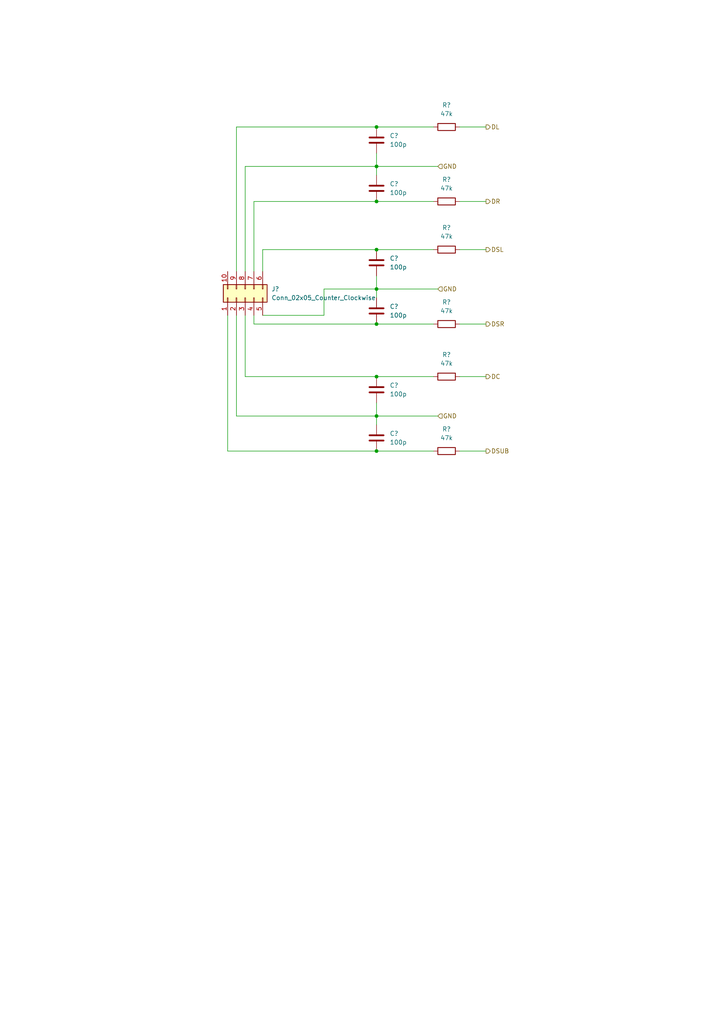
<source format=kicad_sch>
(kicad_sch (version 20211123) (generator eeschema)
  (paper "A4" portrait)
  (title_block (title "AudioSignals"))
  (lib_symbols
    (symbol "Connector_Generic:Conn_02x05_Counter_Clockwise" (pin_names (offset 1.016) hide)
      (property "Reference" "J" (at 1.27 7.62 0))
      (property "Value" "Conn_02x05_Counter_Clockwise" (at 1.27 -7.62 0))
      (symbol "Conn_02x05_Counter_Clockwise_1_1"
        (rectangle (start -1.27 -4.953) (end 0 -5.207) (stroke (width 0.1524)))
        (rectangle (start -1.27 -2.413) (end 0 -2.667) (stroke (width 0.1524)))
        (rectangle (start -1.27 0.127) (end 0 -0.127) (stroke (width 0.1524)))
        (rectangle (start -1.27 2.667) (end 0 2.413) (stroke (width 0.1524)))
        (rectangle (start -1.27 5.207) (end 0 4.953) (stroke (width 0.1524)))
        (rectangle (start -1.27 6.35) (end 3.81 -6.35) (stroke (width 0.254)) (fill (type background)))
        (rectangle (start 3.81 -4.953) (end 2.54 -5.207) (stroke (width 0.1524)))
        (rectangle (start 3.81 -2.413) (end 2.54 -2.667) (stroke (width 0.1524)))
        (rectangle (start 3.81 0.127) (end 2.54 -0.127) (stroke (width 0.1524)))
        (rectangle (start 3.81 2.667) (end 2.54 2.413) (stroke (width 0.1524)))
        (rectangle (start 3.81 5.207) (end 2.54 4.953) (stroke (width 0.1524)))
        (pin passive line (at -5.08 5.08 0) (length 3.81) (name "Pin_1") (number "1"))
        (pin passive line (at 7.62 5.08 180) (length 3.81) (name "Pin_10") (number "10"))
        (pin passive line (at -5.08 2.54 0) (length 3.81) (name "Pin_2") (number "2"))
        (pin passive line (at -5.08 0 0) (length 3.81) (name "Pin_3") (number "3"))
        (pin passive line (at -5.08 -2.54 0) (length 3.81) (name "Pin_4") (number "4"))
        (pin passive line (at -5.08 -5.08 0) (length 3.81) (name "Pin_5") (number "5"))
        (pin passive line (at 7.62 -5.08 180) (length 3.81) (name "Pin_6") (number "6"))
        (pin passive line (at 7.62 -2.54 180) (length 3.81) (name "Pin_7") (number "7"))
        (pin passive line (at 7.62 0 180) (length 3.81) (name "Pin_8") (number "8"))
        (pin passive line (at 7.62 2.54 180) (length 3.81) (name "Pin_9") (number "9"))
      )
    )
    (symbol "Device:C" (pin_numbers hide) (pin_names (offset 0.254))
      (property "Reference" "C" (at 0.635 2.54 0))
      (property "Value" "C" (at 0.635 -2.54 0))
      (symbol "C_0_1"
        (polyline (pts (xy -2.032 -0.762) (xy 2.032 -0.762)) (stroke (width 0.508)))
        (polyline (pts (xy -2.032 0.762) (xy 2.032 0.762)) (stroke (width 0.508)))
      )
      (symbol "C_1_1"
        (pin passive line (at 0 3.81 270) (length 2.794) (name "~") (number "1"))
        (pin passive line (at 0 -3.81 90) (length 2.794) (name "~") (number "2"))
      )
    )
    (symbol "Device:R" (pin_numbers hide) (pin_names (offset 0))
      (property "Reference" "R" (at 2.032 0 90))
      (property "Value" "R" (at 0 0 90))
      (symbol "R_0_1"
        (rectangle (start -1.016 -2.54) (end 1.016 2.54) (stroke (width 0.254)))
      )
      (symbol "R_1_1"
        (pin passive line (at 0 3.81 270) (length 1.27) (name "~") (number "1"))
        (pin passive line (at 0 -3.81 90) (length 1.27) (name "~") (number "2"))
      )
    )
  )
  (junction (at 109.22 120.65))
  (junction (at 109.22 48.26))
  (junction (at 109.22 130.81))
  (junction (at 109.22 109.22))
  (junction (at 109.22 36.83))
  (junction (at 109.22 72.39))
  (junction (at 109.22 93.98))
  (junction (at 109.22 58.42))
  (junction (at 109.22 83.82))
  (wire (pts (xy 73.66 58.42) (xy 109.22 58.42)))
  (wire (pts (xy 109.22 86.36) (xy 109.22 83.82)))
  (wire (pts (xy 71.12 91.44) (xy 71.12 109.22)))
  (wire (pts (xy 133.35 93.98) (xy 140.97 93.98)))
  (wire (pts (xy 133.35 130.81) (xy 140.97 130.81)))
  (wire (pts (xy 93.98 91.44) (xy 93.98 83.82)))
  (wire (pts (xy 109.22 83.82) (xy 127 83.82)))
  (wire (pts (xy 66.04 91.44) (xy 66.04 130.81)))
  (wire (pts (xy 109.22 72.39) (xy 125.73 72.39)))
  (wire (pts (xy 71.12 109.22) (xy 109.22 109.22)))
  (wire (pts (xy 133.35 109.22) (xy 140.97 109.22)))
  (wire (pts (xy 73.66 93.98) (xy 109.22 93.98)))
  (wire (pts (xy 68.58 91.44) (xy 68.58 120.65)))
  (wire (pts (xy 109.22 93.98) (xy 125.73 93.98)))
  (wire (pts (xy 109.22 109.22) (xy 125.73 109.22)))
  (wire (pts (xy 71.12 48.26) (xy 109.22 48.26)))
  (wire (pts (xy 133.35 36.83) (xy 140.97 36.83)))
  (wire (pts (xy 109.22 58.42) (xy 125.73 58.42)))
  (wire (pts (xy 73.66 91.44) (xy 73.66 93.98)))
  (wire (pts (xy 76.2 78.74) (xy 76.2 72.39)))
  (wire (pts (xy 109.22 80.01) (xy 109.22 83.82)))
  (wire (pts (xy 71.12 78.74) (xy 71.12 48.26)))
  (wire (pts (xy 109.22 36.83) (xy 125.73 36.83)))
  (wire (pts (xy 109.22 116.84) (xy 109.22 120.65)))
  (wire (pts (xy 109.22 44.45) (xy 109.22 48.26)))
  (wire (pts (xy 133.35 58.42) (xy 140.97 58.42)))
  (wire (pts (xy 68.58 78.74) (xy 68.58 36.83)))
  (wire (pts (xy 109.22 48.26) (xy 127 48.26)))
  (wire (pts (xy 109.22 50.8) (xy 109.22 48.26)))
  (wire (pts (xy 76.2 91.44) (xy 93.98 91.44)))
  (wire (pts (xy 76.2 72.39) (xy 109.22 72.39)))
  (wire (pts (xy 109.22 123.19) (xy 109.22 120.65)))
  (wire (pts (xy 93.98 83.82) (xy 109.22 83.82)))
  (wire (pts (xy 133.35 72.39) (xy 140.97 72.39)))
  (wire (pts (xy 73.66 78.74) (xy 73.66 58.42)))
  (wire (pts (xy 68.58 120.65) (xy 109.22 120.65)))
  (wire (pts (xy 66.04 130.81) (xy 109.22 130.81)))
  (wire (pts (xy 109.22 130.81) (xy 125.73 130.81)))
  (wire (pts (xy 109.22 120.65) (xy 127 120.65)))
  (wire (pts (xy 68.58 36.83) (xy 109.22 36.83)))
  (hierarchical_label "GND" (shape input) (at 127 83.82 0))
  (hierarchical_label "DSL" (shape output) (at 140.97 72.39 0))
  (hierarchical_label "GND" (shape input) (at 127 48.26 0))
  (hierarchical_label "DL" (shape output) (at 140.97 36.83 0))
  (hierarchical_label "GND" (shape input) (at 127 120.65 0))
  (hierarchical_label "DSR" (shape output) (at 140.97 93.98 0))
  (hierarchical_label "DR" (shape output) (at 140.97 58.42 0))
  (hierarchical_label "DC" (shape output) (at 140.97 109.22 0))
  (hierarchical_label "DSUB" (shape output) (at 140.97 130.81 0))
  (symbol (lib_id "Device:C") (at 109.22 76.2 0) (unit 1)
    (property "Reference" "C?" (at 113.03 74.9299 0) (effects (justify left)))
    (property "Value" "100p" (at 113.03 77.4699 0) (effects (justify left)))
    (property "Spice_Primitive" "C" (effects hide))
    (property "Spice_Model" "100p" (effects hide))
    (property "Spice_Netlist_Enabled" "Y" (effects hide))
  )
  (symbol (lib_id "Device:R") (at 129.54 72.39 90) (unit 1)
    (property "Reference" "R?" (at 129.54 66.04 90))
    (property "Value" "47k" (at 129.54 68.58 90))
    (property "Spice_Primitive" "R" (effects hide))
    (property "Spice_Model" "47k" (effects hide))
    (property "Spice_Netlist_Enabled" "Y" (effects hide))
  )
  (symbol (lib_id "Device:R") (at 129.54 36.83 90) (unit 1)
    (property "Reference" "R?" (at 129.54 30.48 90))
    (property "Value" "47k" (at 129.54 33.02 90))
    (property "Spice_Primitive" "R" (effects hide))
    (property "Spice_Model" "47k" (effects hide))
    (property "Spice_Netlist_Enabled" "Y" (effects hide))
  )
  (symbol (lib_id "Device:R") (at 129.54 109.22 90) (unit 1)
    (property "Reference" "R?" (at 129.54 102.87 90))
    (property "Value" "47k" (at 129.54 105.41 90))
    (property "Spice_Primitive" "R" (effects hide))
    (property "Spice_Model" "47k" (effects hide))
    (property "Spice_Netlist_Enabled" "Y" (effects hide))
  )
  (symbol (lib_id "Connector_Generic:Conn_02x05_Counter_Clockwise") (at 71.12 86.36 90) (unit 1)
    (property "Reference" "J?" (at 78.74 83.8199 90) (effects (justify right)))
    (property "Value" "Conn_02x05_Counter_Clockwise" (at 78.74 86.3599 90) (effects (justify right)))
  )
  (symbol (lib_id "Device:C") (at 109.22 54.61 0) (unit 1)
    (property "Reference" "C?" (at 113.03 53.3399 0) (effects (justify left)))
    (property "Value" "100p" (at 113.03 55.8799 0) (effects (justify left)))
    (property "Spice_Primitive" "C" (effects hide))
    (property "Spice_Model" "100p" (effects hide))
    (property "Spice_Netlist_Enabled" "Y" (effects hide))
  )
  (symbol (lib_id "Device:C") (at 109.22 113.03 0) (unit 1)
    (property "Reference" "C?" (at 113.03 111.7599 0) (effects (justify left)))
    (property "Value" "100p" (at 113.03 114.2999 0) (effects (justify left)))
    (property "Spice_Primitive" "C" (effects hide))
    (property "Spice_Model" "100p" (effects hide))
    (property "Spice_Netlist_Enabled" "Y" (effects hide))
  )
  (symbol (lib_id "Device:R") (at 129.54 130.81 90) (unit 1)
    (property "Reference" "R?" (at 129.54 124.46 90))
    (property "Value" "47k" (at 129.54 127 90))
    (property "Spice_Primitive" "R" (effects hide))
    (property "Spice_Model" "47k" (effects hide))
    (property "Spice_Netlist_Enabled" "Y" (effects hide))
  )
  (symbol (lib_id "Device:C") (at 109.22 127 0) (unit 1)
    (property "Reference" "C?" (at 113.03 125.7299 0) (effects (justify left)))
    (property "Value" "100p" (at 113.03 128.2699 0) (effects (justify left)))
    (property "Spice_Primitive" "C" (effects hide))
    (property "Spice_Model" "100p" (effects hide))
    (property "Spice_Netlist_Enabled" "Y" (effects hide))
  )
  (symbol (lib_id "Device:R") (at 129.54 58.42 90) (unit 1)
    (property "Reference" "R?" (at 129.54 52.07 90))
    (property "Value" "47k" (at 129.54 54.61 90))
    (property "Spice_Primitive" "R" (effects hide))
    (property "Spice_Model" "47k" (effects hide))
    (property "Spice_Netlist_Enabled" "Y" (effects hide))
  )
  (symbol (lib_id "Device:C") (at 109.22 40.64 0) (unit 1)
    (property "Reference" "C?" (at 113.03 39.3699 0) (effects (justify left)))
    (property "Value" "100p" (at 113.03 41.9099 0) (effects (justify left)))
    (property "Spice_Primitive" "C" (effects hide))
    (property "Spice_Model" "100p" (effects hide))
    (property "Spice_Netlist_Enabled" "Y" (effects hide))
  )
  (symbol (lib_id "Device:C") (at 109.22 90.17 0) (unit 1)
    (property "Reference" "C?" (at 113.03 88.8999 0) (effects (justify left)))
    (property "Value" "100p" (at 113.03 91.4399 0) (effects (justify left)))
    (property "Spice_Primitive" "C" (effects hide))
    (property "Spice_Model" "100p" (effects hide))
    (property "Spice_Netlist_Enabled" "Y" (effects hide))
  )
  (symbol (lib_id "Device:R") (at 129.54 93.98 90) (unit 1)
    (property "Reference" "R?" (at 129.54 87.63 90))
    (property "Value" "47k" (at 129.54 90.17 90))
    (property "Spice_Primitive" "R" (effects hide))
    (property "Spice_Model" "47k" (effects hide))
    (property "Spice_Netlist_Enabled" "Y" (effects hide))
  )
)
</source>
